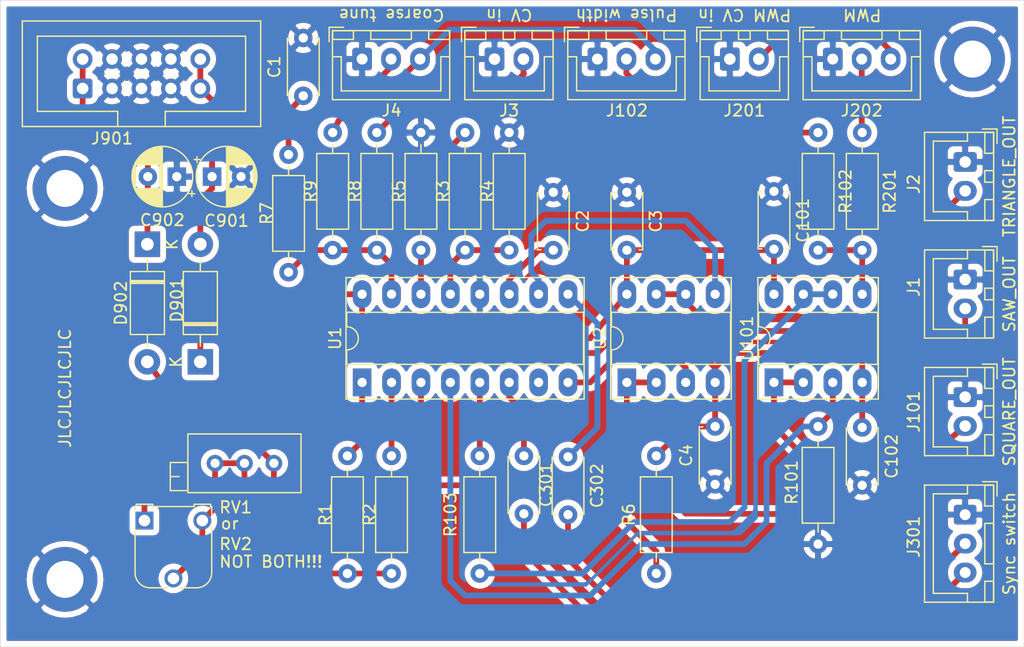
<source format=kicad_pcb>
(kicad_pcb (version 20171130) (host pcbnew "(5.1.9)-1")
  (layers (0 F.Cu signal hide) (31 B.Cu signal hide) (34 B.Paste user) (35 F.Paste user) (36 B.SilkS user) (37 F.SilkS user) (38 B.Mask user) (39 F.Mask user) (44 Edge.Cuts user))
  (net 0 "")
  (net 1 GND)
  (net 2 "Net-(C1-Pad1)")
  (net 3 "Net-(C2-Pad1)")
  (net 4 +12V)
  (net 5 -12V)
  (net 6 "Net-(C901-Pad1)")
  (net 7 "Net-(C902-Pad2)")
  (net 8 "Net-(J1-Pad2)")
  (net 9 "Net-(J2-Pad2)")
  (net 10 "Net-(J3-Pad2)")
  (net 11 "Net-(J4-Pad2)")
  (net 12 "Net-(J101-Pad2)")
  (net 13 "Net-(J102-Pad2)")
  (net 14 "Net-(J201-Pad2)")
  (net 15 "Net-(J202-Pad2)")
  (net 16 "Net-(R1-Pad2)")
  (net 17 "Net-(R1-Pad1)")
  (net 18 "Net-(R2-Pad2)")
  (net 19 "Net-(R5-Pad1)")
  (net 20 /CV)
  (net 21 /SQUARE)
  (net 22 "Net-(R102-Pad2)")
  (net 23 "Net-(R103-Pad2)")
  (net 24 /PWM)
  (net 25 /SAW)
  (net 26 "Net-(U1-Pad7)")
  (net 27 /TRIANGLE)
  (net 28 "Net-(C301-Pad2)")
  (net 29 "Net-(C301-Pad1)")
  (net 30 "Net-(C302-Pad2)")
  (net 31 "Net-(C302-Pad1)")
  (net 32 "Net-(R3-Pad2)")
  (net 33 "Net-(R6-Pad1)")
  (net 34 "Net-(R3-Pad1)")
  (module Connector_IDC:IDC-Header_2x05_P2.54mm_Vertical (layer F.Cu) (at 80.01 44.45 90)
    (fp_text reference J901 (at -4.318 2.54) (layer F.SilkS))
    (fp_text value "Eurorack power header")
    (pad 10 thru_hole circle (at 2.54 10.16 90) (size 1.7 1.7) (drill 1) (layers *.Cu *.Mask) (net 6 "Net-(C901-Pad1)"))
    (pad 8 thru_hole circle (at 2.54 7.62 90) (size 1.7 1.7) (drill 1) (layers *.Cu *.Mask) (net 1 GND))
    (pad 6 thru_hole circle (at 2.54 5.08 90) (size 1.7 1.7) (drill 1) (layers *.Cu *.Mask) (net 1 GND))
    (pad 4 thru_hole circle (at 2.54 2.54 90) (size 1.7 1.7) (drill 1) (layers *.Cu *.Mask) (net 1 GND))
    (pad 2 thru_hole circle (at 2.54 0 90) (size 1.7 1.7) (drill 1) (layers *.Cu *.Mask) (net 7 "Net-(C902-Pad2)"))
    (pad 9 thru_hole circle (at 0 10.16 90) (size 1.7 1.7) (drill 1) (layers *.Cu *.Mask) (net 6 "Net-(C901-Pad1)"))
    (pad 7 thru_hole circle (at 0 7.62 90) (size 1.7 1.7) (drill 1) (layers *.Cu *.Mask) (net 1 GND))
    (pad 5 thru_hole circle (at 0 5.08 90) (size 1.7 1.7) (drill 1) (layers *.Cu *.Mask) (net 1 GND))
    (pad 3 thru_hole circle (at 0 2.54 90) (size 1.7 1.7) (drill 1) (layers *.Cu *.Mask) (net 1 GND))
    (pad 1 thru_hole roundrect (at 0 0 90) (size 1.7 1.7) (drill 1) (layers *.Cu *.Mask) (roundrect_rratio 0.1470588235294118) (net 7 "Net-(C902-Pad2)"))
  )
  (module Potentiometer_THT:Potentiometer_Runtron_RM-065_Vertical (layer F.Cu) (at 85.344 81.788)
    (fp_text reference RV2 (at 7.874 2.032) (layer F.SilkS))
    (fp_text value 10k)
    (pad 2 thru_hole circle (at 2.5 5) (size 1.55 1.55) (drill 1) (layers *.Cu *.Mask) (net 33 "Net-(R6-Pad1)"))
    (pad 1 thru_hole rect (at 0 0) (size 1.55 1.55) (drill 1) (layers *.Cu *.Mask) (net 16 "Net-(R1-Pad2)"))
    (pad 3 thru_hole circle (at 5 0) (size 1.55 1.55) (drill 1) (layers *.Cu *.Mask) (net 33 "Net-(R6-Pad1)"))
  )
  (module MountingHole:MountingHole_3.2mm_M3_DIN965_Pad (layer F.Cu) (at 156.845 41.91)
    (fp_text reference REF** hide)
    (fp_text value MountingHole_3.2mm_M3_DIN965_Pad)
    (pad 1 thru_hole circle (at 0 0) (size 5.6 5.6) (drill 3.2) (layers *.Cu *.Mask) (net 1 GND))
  )
  (module MountingHole:MountingHole_3.2mm_M3_DIN965_Pad (layer F.Cu) (at 78.486 86.868)
    (fp_text reference REF** hide)
    (fp_text value MountingHole_3.2mm_M3_DIN965_Pad)
    (pad 1 thru_hole circle (at 0 0) (size 5.6 5.6) (drill 3.2) (layers *.Cu *.Mask) (net 1 GND))
  )
  (module MountingHole:MountingHole_3.2mm_M3_DIN965_Pad (layer F.Cu) (at 78.486 53.086)
    (fp_text reference REF** hide)
    (fp_text value MountingHole_3.2mm_M3_DIN965_Pad)
    (pad 1 thru_hole circle (at 0 0) (size 5.6 5.6) (drill 3.2) (layers *.Cu *.Mask) (net 1 GND))
  )
  (module Connector_JST:JST_XH_B3B-XH-A_1x03_P2.50mm_Vertical (layer F.Cu) (at 156.21 81.28 270)
    (fp_text reference J301 (at 1.905 4.445 90) (layer F.SilkS))
    (fp_text value "Sync switch" (at 2.5 -3.81 90) (layer F.SilkS))
    (pad 3 thru_hole oval (at 5 0 270) (size 1.7 1.95) (drill 0.95) (layers *.Cu *.Mask) (net 28 "Net-(C301-Pad2)"))
    (pad 2 thru_hole oval (at 2.5 0 270) (size 1.7 1.95) (drill 0.95) (layers *.Cu *.Mask) (net 30 "Net-(C302-Pad2)"))
    (pad 1 thru_hole roundrect (at 0 0 270) (size 1.7 1.95) (drill 0.95) (layers *.Cu *.Mask) (roundrect_rratio 0.1470588235294118) (net 1 GND))
  )
  (module Capacitor_THT:C_Disc_D4.7mm_W2.5mm_P5.00mm (layer F.Cu) (at 121.92 76.28 270)
    (fp_text reference C302 (at 2.5 -2.5 90) (layer F.SilkS))
    (fp_text value 1n)
    (pad 2 thru_hole circle (at 5 0 270) (size 1.6 1.6) (drill 0.8) (layers *.Cu *.Mask) (net 30 "Net-(C302-Pad2)"))
    (pad 1 thru_hole circle (at 0 0 270) (size 1.6 1.6) (drill 0.8) (layers *.Cu *.Mask) (net 31 "Net-(C302-Pad1)"))
  )
  (module Capacitor_THT:C_Disc_D4.7mm_W2.5mm_P5.00mm (layer F.Cu) (at 118.11 76.2 270)
    (fp_text reference C301 (at 2.5 -1.905 90) (layer F.SilkS))
    (fp_text value 1n)
    (pad 2 thru_hole circle (at 5 0 270) (size 1.6 1.6) (drill 0.8) (layers *.Cu *.Mask) (net 28 "Net-(C301-Pad2)"))
    (pad 1 thru_hole circle (at 0 0 270) (size 1.6 1.6) (drill 0.8) (layers *.Cu *.Mask) (net 29 "Net-(C301-Pad1)"))
  )
  (module Package_DIP:DIP-8_W7.62mm_Socket_LongPads (layer F.Cu) (at 139.7 69.85 90)
    (fp_text reference U101 (at 3.81 -2.33 90) (layer F.SilkS))
    (fp_text value TL072)
    (pad 8 thru_hole oval (at 7.62 0 90) (size 2.4 1.6) (drill 0.8) (layers *.Cu *.Mask) (net 4 +12V))
    (pad 4 thru_hole oval (at 0 7.62 90) (size 2.4 1.6) (drill 0.8) (layers *.Cu *.Mask) (net 5 -12V))
    (pad 7 thru_hole oval (at 7.62 2.54 90) (size 2.4 1.6) (drill 0.8) (layers *.Cu *.Mask) (net 23 "Net-(R103-Pad2)"))
    (pad 3 thru_hole oval (at 0 5.08 90) (size 2.4 1.6) (drill 0.8) (layers *.Cu *.Mask) (net 21 /SQUARE))
    (pad 6 thru_hole oval (at 7.62 5.08 90) (size 2.4 1.6) (drill 0.8) (layers *.Cu *.Mask) (net 23 "Net-(R103-Pad2)"))
    (pad 2 thru_hole oval (at 0 2.54 90) (size 2.4 1.6) (drill 0.8) (layers *.Cu *.Mask) (net 12 "Net-(J101-Pad2)"))
    (pad 5 thru_hole oval (at 7.62 7.62 90) (size 2.4 1.6) (drill 0.8) (layers *.Cu *.Mask) (net 22 "Net-(R102-Pad2)"))
    (pad 1 thru_hole rect (at 0 0 90) (size 2.4 1.6) (drill 0.8) (layers *.Cu *.Mask) (net 12 "Net-(J101-Pad2)"))
  )
  (module Package_DIP:DIP-8_W7.62mm_Socket_LongPads (layer F.Cu) (at 127 69.85 90)
    (fp_text reference U2 (at 3.81 -2.33 90) (layer F.SilkS))
    (fp_text value TL072)
    (pad 8 thru_hole oval (at 7.62 0 90) (size 2.4 1.6) (drill 0.8) (layers *.Cu *.Mask) (net 4 +12V))
    (pad 4 thru_hole oval (at 0 7.62 90) (size 2.4 1.6) (drill 0.8) (layers *.Cu *.Mask) (net 5 -12V))
    (pad 7 thru_hole oval (at 7.62 2.54 90) (size 2.4 1.6) (drill 0.8) (layers *.Cu *.Mask) (net 9 "Net-(J2-Pad2)"))
    (pad 3 thru_hole oval (at 0 5.08 90) (size 2.4 1.6) (drill 0.8) (layers *.Cu *.Mask) (net 25 /SAW))
    (pad 6 thru_hole oval (at 7.62 5.08 90) (size 2.4 1.6) (drill 0.8) (layers *.Cu *.Mask) (net 9 "Net-(J2-Pad2)"))
    (pad 2 thru_hole oval (at 0 2.54 90) (size 2.4 1.6) (drill 0.8) (layers *.Cu *.Mask) (net 8 "Net-(J1-Pad2)"))
    (pad 5 thru_hole oval (at 7.62 7.62 90) (size 2.4 1.6) (drill 0.8) (layers *.Cu *.Mask) (net 27 /TRIANGLE))
    (pad 1 thru_hole rect (at 0 0 90) (size 2.4 1.6) (drill 0.8) (layers *.Cu *.Mask) (net 8 "Net-(J1-Pad2)"))
  )
  (module Package_DIP:DIP-16_W7.62mm_Socket_LongPads (layer F.Cu) (at 104.14 69.85 90)
    (fp_text reference U1 (at 3.81 -2.33 90) (layer F.SilkS))
    (fp_text value AS3340)
    (pad 16 thru_hole oval (at 7.62 0 90) (size 2.4 1.6) (drill 0.8) (layers *.Cu *.Mask) (net 4 +12V))
    (pad 8 thru_hole oval (at 0 17.78 90) (size 2.4 1.6) (drill 0.8) (layers *.Cu *.Mask) (net 25 /SAW))
    (pad 15 thru_hole oval (at 7.62 2.54 90) (size 2.4 1.6) (drill 0.8) (layers *.Cu *.Mask) (net 20 /CV))
    (pad 7 thru_hole oval (at 0 15.24 90) (size 2.4 1.6) (drill 0.8) (layers *.Cu *.Mask) (net 26 "Net-(U1-Pad7)"))
    (pad 14 thru_hole oval (at 7.62 5.08 90) (size 2.4 1.6) (drill 0.8) (layers *.Cu *.Mask) (net 19 "Net-(R5-Pad1)"))
    (pad 6 thru_hole oval (at 0 12.7 90) (size 2.4 1.6) (drill 0.8) (layers *.Cu *.Mask) (net 29 "Net-(C301-Pad1)"))
    (pad 13 thru_hole oval (at 7.62 7.62 90) (size 2.4 1.6) (drill 0.8) (layers *.Cu *.Mask) (net 32 "Net-(R3-Pad2)"))
    (pad 5 thru_hole oval (at 0 10.16 90) (size 2.4 1.6) (drill 0.8) (layers *.Cu *.Mask) (net 24 /PWM))
    (pad 12 thru_hole oval (at 7.62 10.16 90) (size 2.4 1.6) (drill 0.8) (layers *.Cu *.Mask) (net 1 GND))
    (pad 4 thru_hole oval (at 0 7.62 90) (size 2.4 1.6) (drill 0.8) (layers *.Cu *.Mask) (net 21 /SQUARE))
    (pad 11 thru_hole oval (at 7.62 12.7 90) (size 2.4 1.6) (drill 0.8) (layers *.Cu *.Mask) (net 3 "Net-(C2-Pad1)"))
    (pad 3 thru_hole oval (at 0 5.08 90) (size 2.4 1.6) (drill 0.8) (layers *.Cu *.Mask) (net 33 "Net-(R6-Pad1)"))
    (pad 10 thru_hole oval (at 7.62 15.24 90) (size 2.4 1.6) (drill 0.8) (layers *.Cu *.Mask) (net 27 /TRIANGLE))
    (pad 2 thru_hole oval (at 0 2.54 90) (size 2.4 1.6) (drill 0.8) (layers *.Cu *.Mask) (net 18 "Net-(R2-Pad2)"))
    (pad 9 thru_hole oval (at 7.62 17.78 90) (size 2.4 1.6) (drill 0.8) (layers *.Cu *.Mask) (net 31 "Net-(C302-Pad1)"))
    (pad 1 thru_hole rect (at 0 0 90) (size 2.4 1.6) (drill 0.8) (layers *.Cu *.Mask) (net 17 "Net-(R1-Pad1)"))
  )
  (module Potentiometer_THT:Potentiometer_Bourns_3296X_Horizontal (layer F.Cu) (at 96.52 76.835)
    (fp_text reference RV1 (at -3.302 3.81) (layer F.SilkS))
    (fp_text value 10k)
    (pad 3 thru_hole circle (at -5.08 0) (size 1.44 1.44) (drill 0.8) (layers *.Cu *.Mask) (net 33 "Net-(R6-Pad1)"))
    (pad 2 thru_hole circle (at -2.54 0) (size 1.44 1.44) (drill 0.8) (layers *.Cu *.Mask) (net 33 "Net-(R6-Pad1)"))
    (pad 1 thru_hole circle (at 0 0) (size 1.44 1.44) (drill 0.8) (layers *.Cu *.Mask) (net 16 "Net-(R1-Pad2)"))
  )
  (module Resistor_THT:R_Axial_DIN0207_L6.3mm_D2.5mm_P10.16mm_Horizontal (layer F.Cu) (at 147.32 48.26 270)
    (fp_text reference R201 (at 5.08 -2.37 90) (layer F.SilkS))
    (fp_text value 100k)
    (pad 2 thru_hole oval (at 10.16 0 270) (size 1.6 1.6) (drill 0.8) (layers *.Cu *.Mask) (net 22 "Net-(R102-Pad2)"))
    (pad 1 thru_hole circle (at 0 0 270) (size 1.6 1.6) (drill 0.8) (layers *.Cu *.Mask) (net 15 "Net-(J202-Pad2)"))
  )
  (module Resistor_THT:R_Axial_DIN0207_L6.3mm_D2.5mm_P10.16mm_Horizontal (layer F.Cu) (at 114.3 76.2 270)
    (fp_text reference R103 (at 5.08 2.54 90) (layer F.SilkS))
    (fp_text value 470k)
    (pad 2 thru_hole oval (at 10.16 0 270) (size 1.6 1.6) (drill 0.8) (layers *.Cu *.Mask) (net 23 "Net-(R103-Pad2)"))
    (pad 1 thru_hole circle (at 0 0 270) (size 1.6 1.6) (drill 0.8) (layers *.Cu *.Mask) (net 24 /PWM))
  )
  (module Resistor_THT:R_Axial_DIN0207_L6.3mm_D2.5mm_P10.16mm_Horizontal (layer F.Cu) (at 143.51 48.26 270)
    (fp_text reference R102 (at 5.08 -2.37 90) (layer F.SilkS))
    (fp_text value 100k)
    (pad 2 thru_hole oval (at 10.16 0 270) (size 1.6 1.6) (drill 0.8) (layers *.Cu *.Mask) (net 22 "Net-(R102-Pad2)"))
    (pad 1 thru_hole circle (at 0 0 270) (size 1.6 1.6) (drill 0.8) (layers *.Cu *.Mask) (net 13 "Net-(J102-Pad2)"))
  )
  (module Resistor_THT:R_Axial_DIN0207_L6.3mm_D2.5mm_P10.16mm_Horizontal (layer F.Cu) (at 143.51 73.66 270)
    (fp_text reference R101 (at 4.826 2.286 90) (layer F.SilkS))
    (fp_text value 10k)
    (pad 2 thru_hole oval (at 10.16 0 270) (size 1.6 1.6) (drill 0.8) (layers *.Cu *.Mask) (net 1 GND))
    (pad 1 thru_hole circle (at 0 0 270) (size 1.6 1.6) (drill 0.8) (layers *.Cu *.Mask) (net 21 /SQUARE))
  )
  (module Resistor_THT:R_Axial_DIN0207_L6.3mm_D2.5mm_P10.16mm_Horizontal (layer F.Cu) (at 101.6 48.26 270)
    (fp_text reference R9 (at 5.08 1.905 90) (layer F.SilkS))
    (fp_text value 100k)
    (pad 2 thru_hole oval (at 10.16 0 270) (size 1.6 1.6) (drill 0.8) (layers *.Cu *.Mask) (net 20 /CV))
    (pad 1 thru_hole circle (at 0 0 270) (size 1.6 1.6) (drill 0.8) (layers *.Cu *.Mask) (net 11 "Net-(J4-Pad2)"))
  )
  (module Resistor_THT:R_Axial_DIN0207_L6.3mm_D2.5mm_P10.16mm_Horizontal (layer F.Cu) (at 105.41 48.26 270)
    (fp_text reference R8 (at 5.08 1.905 90) (layer F.SilkS))
    (fp_text value 100k)
    (pad 2 thru_hole oval (at 10.16 0 270) (size 1.6 1.6) (drill 0.8) (layers *.Cu *.Mask) (net 20 /CV))
    (pad 1 thru_hole circle (at 0 0 270) (size 1.6 1.6) (drill 0.8) (layers *.Cu *.Mask) (net 10 "Net-(J3-Pad2)"))
  )
  (module Resistor_THT:R_Axial_DIN0207_L6.3mm_D2.5mm_P10.16mm_Horizontal (layer F.Cu) (at 97.79 50.165 270)
    (fp_text reference R7 (at 5.08 1.905 90) (layer F.SilkS))
    (fp_text value 470)
    (pad 2 thru_hole oval (at 10.16 0 270) (size 1.6 1.6) (drill 0.8) (layers *.Cu *.Mask) (net 20 /CV))
    (pad 1 thru_hole circle (at 0 0 270) (size 1.6 1.6) (drill 0.8) (layers *.Cu *.Mask) (net 2 "Net-(C1-Pad1)"))
  )
  (module Resistor_THT:R_Axial_DIN0207_L6.3mm_D2.5mm_P10.16mm_Horizontal (layer F.Cu) (at 129.54 86.36 90)
    (fp_text reference R6 (at 5.08 -2.37 90) (layer F.SilkS))
    (fp_text value 620)
    (pad 2 thru_hole oval (at 10.16 0 90) (size 1.6 1.6) (drill 0.8) (layers *.Cu *.Mask) (net 5 -12V))
    (pad 1 thru_hole circle (at 0 0 90) (size 1.6 1.6) (drill 0.8) (layers *.Cu *.Mask) (net 33 "Net-(R6-Pad1)"))
  )
  (module Resistor_THT:R_Axial_DIN0207_L6.3mm_D2.5mm_P10.16mm_Horizontal (layer F.Cu) (at 109.22 58.42 90)
    (fp_text reference R5 (at 5.08 -1.905 90) (layer F.SilkS))
    (fp_text value 1k8)
    (pad 2 thru_hole oval (at 10.16 0 90) (size 1.6 1.6) (drill 0.8) (layers *.Cu *.Mask) (net 1 GND))
    (pad 1 thru_hole circle (at 0 0 90) (size 1.6 1.6) (drill 0.8) (layers *.Cu *.Mask) (net 19 "Net-(R5-Pad1)"))
  )
  (module Resistor_THT:R_Axial_DIN0207_L6.3mm_D2.5mm_P10.16mm_Horizontal (layer F.Cu) (at 116.84 48.26 270)
    (fp_text reference R4 (at 5.08 1.905 90) (layer F.SilkS))
    (fp_text value 470)
    (pad 2 thru_hole oval (at 10.16 0 270) (size 1.6 1.6) (drill 0.8) (layers *.Cu *.Mask) (net 32 "Net-(R3-Pad2)"))
    (pad 1 thru_hole circle (at 0 0 270) (size 1.6 1.6) (drill 0.8) (layers *.Cu *.Mask) (net 1 GND))
  )
  (module Resistor_THT:R_Axial_DIN0207_L6.3mm_D2.5mm_P10.16mm_Horizontal (layer F.Cu) (at 113.03 48.26 270)
    (fp_text reference R3 (at 5.08 1.905 90) (layer F.SilkS))
    (fp_text value 1M5)
    (pad 2 thru_hole oval (at 10.16 0 270) (size 1.6 1.6) (drill 0.8) (layers *.Cu *.Mask) (net 32 "Net-(R3-Pad2)"))
    (pad 1 thru_hole circle (at 0 0 270) (size 1.6 1.6) (drill 0.8) (layers *.Cu *.Mask) (net 34 "Net-(R3-Pad1)"))
  )
  (module Resistor_THT:R_Axial_DIN0207_L6.3mm_D2.5mm_P10.16mm_Horizontal (layer F.Cu) (at 106.68 86.36 90)
    (fp_text reference R2 (at 5.08 -1.905 90) (layer F.SilkS))
    (fp_text value 5k6)
    (pad 2 thru_hole oval (at 10.16 0 90) (size 1.6 1.6) (drill 0.8) (layers *.Cu *.Mask) (net 18 "Net-(R2-Pad2)"))
    (pad 1 thru_hole circle (at 0 0 90) (size 1.6 1.6) (drill 0.8) (layers *.Cu *.Mask) (net 16 "Net-(R1-Pad2)"))
  )
  (module Resistor_THT:R_Axial_DIN0207_L6.3mm_D2.5mm_P10.16mm_Horizontal (layer F.Cu) (at 102.87 76.2 270)
    (fp_text reference R1 (at 5.08 1.905 90) (layer F.SilkS))
    (fp_text value 24k)
    (pad 2 thru_hole oval (at 10.16 0 270) (size 1.6 1.6) (drill 0.8) (layers *.Cu *.Mask) (net 16 "Net-(R1-Pad2)"))
    (pad 1 thru_hole circle (at 0 0 270) (size 1.6 1.6) (drill 0.8) (layers *.Cu *.Mask) (net 17 "Net-(R1-Pad1)"))
  )
  (module Connector_JST:JST_XH_B3B-XH-A_1x03_P2.50mm_Vertical (layer F.Cu) (at 144.78 41.91)
    (fp_text reference J202 (at 2.5 4.445) (layer F.SilkS))
    (fp_text value PWM (at 2.54 -3.81 180 unlocked) (layer F.SilkS))
    (pad 3 thru_hole oval (at 5 0) (size 1.7 1.95) (drill 0.95) (layers *.Cu *.Mask) (net 14 "Net-(J201-Pad2)"))
    (pad 2 thru_hole oval (at 2.5 0) (size 1.7 1.95) (drill 0.95) (layers *.Cu *.Mask) (net 15 "Net-(J202-Pad2)"))
    (pad 1 thru_hole roundrect (at 0 0) (size 1.7 1.95) (drill 0.95) (layers *.Cu *.Mask) (roundrect_rratio 0.1470588235294118) (net 1 GND))
  )
  (module Connector_JST:JST_XH_B2B-XH-A_1x02_P2.50mm_Vertical (layer F.Cu) (at 135.89 41.91)
    (fp_text reference J201 (at 1.25 4.445) (layer F.SilkS))
    (fp_text value "PWM CV in" (at 1.27 -3.81 180 unlocked) (layer F.SilkS))
    (pad 2 thru_hole oval (at 2.5 0) (size 1.7 2) (drill 1) (layers *.Cu *.Mask) (net 14 "Net-(J201-Pad2)"))
    (pad 1 thru_hole roundrect (at 0 0) (size 1.7 2) (drill 1) (layers *.Cu *.Mask) (roundrect_rratio 0.1470588235294118) (net 1 GND))
  )
  (module Connector_JST:JST_XH_B3B-XH-A_1x03_P2.50mm_Vertical (layer F.Cu) (at 124.46 41.91)
    (fp_text reference J102 (at 2.54 4.445) (layer F.SilkS))
    (fp_text value "Pulse width" (at 2.5 -3.81 180 unlocked) (layer F.SilkS))
    (pad 3 thru_hole oval (at 5 0) (size 1.7 1.95) (drill 0.95) (layers *.Cu *.Mask) (net 4 +12V))
    (pad 2 thru_hole oval (at 2.5 0) (size 1.7 1.95) (drill 0.95) (layers *.Cu *.Mask) (net 13 "Net-(J102-Pad2)"))
    (pad 1 thru_hole roundrect (at 0 0) (size 1.7 1.95) (drill 0.95) (layers *.Cu *.Mask) (roundrect_rratio 0.1470588235294118) (net 1 GND))
  )
  (module Connector_JST:JST_XH_B2B-XH-A_1x02_P2.50mm_Vertical (layer F.Cu) (at 156.21 71.12 270)
    (fp_text reference J101 (at 1.25 4.445 90) (layer F.SilkS))
    (fp_text value SQUARE_OUT (at 1.27 -3.81 270) (layer F.SilkS))
    (pad 2 thru_hole oval (at 2.5 0 270) (size 1.7 2) (drill 1) (layers *.Cu *.Mask) (net 12 "Net-(J101-Pad2)"))
    (pad 1 thru_hole roundrect (at 0 0 270) (size 1.7 2) (drill 1) (layers *.Cu *.Mask) (roundrect_rratio 0.1470588235294118) (net 1 GND))
  )
  (module Connector_JST:JST_XH_B3B-XH-A_1x03_P2.50mm_Vertical (layer F.Cu) (at 104.14 41.91)
    (fp_text reference J4 (at 2.54 4.445) (layer F.SilkS))
    (fp_text value "Coarse tune" (at 2.54 -3.81 180 unlocked) (layer F.SilkS))
    (pad 3 thru_hole oval (at 5 0) (size 1.7 1.95) (drill 0.95) (layers *.Cu *.Mask) (net 4 +12V))
    (pad 2 thru_hole oval (at 2.5 0) (size 1.7 1.95) (drill 0.95) (layers *.Cu *.Mask) (net 11 "Net-(J4-Pad2)"))
    (pad 1 thru_hole roundrect (at 0 0) (size 1.7 1.95) (drill 0.95) (layers *.Cu *.Mask) (roundrect_rratio 0.1470588235294118) (net 1 GND))
  )
  (module Connector_JST:JST_XH_B2B-XH-A_1x02_P2.50mm_Vertical (layer F.Cu) (at 115.57 41.91)
    (fp_text reference J3 (at 1.27 4.445) (layer F.SilkS))
    (fp_text value "CV in" (at 1.27 -3.81 180 unlocked) (layer F.SilkS))
    (pad 2 thru_hole oval (at 2.5 0) (size 1.7 2) (drill 1) (layers *.Cu *.Mask) (net 10 "Net-(J3-Pad2)"))
    (pad 1 thru_hole roundrect (at 0 0) (size 1.7 2) (drill 1) (layers *.Cu *.Mask) (roundrect_rratio 0.1470588235294118) (net 1 GND))
  )
  (module Connector_JST:JST_XH_B2B-XH-A_1x02_P2.50mm_Vertical (layer F.Cu) (at 156.21 50.8 270)
    (fp_text reference J2 (at 1.905 4.445 90) (layer F.SilkS))
    (fp_text value TRIANGLE_OUT (at 1.25 -3.81 90) (layer F.SilkS))
    (pad 2 thru_hole oval (at 2.5 0 270) (size 1.7 2) (drill 1) (layers *.Cu *.Mask) (net 9 "Net-(J2-Pad2)"))
    (pad 1 thru_hole roundrect (at 0 0 270) (size 1.7 2) (drill 1) (layers *.Cu *.Mask) (roundrect_rratio 0.1470588235294118) (net 1 GND))
  )
  (module Connector_JST:JST_XH_B2B-XH-A_1x02_P2.50mm_Vertical (layer F.Cu) (at 156.21 60.96 270)
    (fp_text reference J1 (at 0.635 4.445 90) (layer F.SilkS))
    (fp_text value SAW_OUT (at 1.27 -3.81 90) (layer F.SilkS))
    (pad 2 thru_hole oval (at 2.5 0 270) (size 1.7 2) (drill 1) (layers *.Cu *.Mask) (net 8 "Net-(J1-Pad2)"))
    (pad 1 thru_hole roundrect (at 0 0 270) (size 1.7 2) (drill 1) (layers *.Cu *.Mask) (roundrect_rratio 0.1470588235294118) (net 1 GND))
  )
  (module Diode_THT:D_DO-41_SOD81_P10.16mm_Horizontal (layer F.Cu) (at 85.598 57.912 270)
    (fp_text reference D902 (at 5.08 2.286 90) (layer F.SilkS))
    (fp_text value 1N5817)
    (fp_text user K (at 0 -2.1 90) (layer F.SilkS))
    (pad 2 thru_hole oval (at 10.16 0 270) (size 2.2 2.2) (drill 1.1) (layers *.Cu *.Mask) (net 5 -12V))
    (pad 1 thru_hole rect (at 0 0 270) (size 2.2 2.2) (drill 1.1) (layers *.Cu *.Mask) (net 7 "Net-(C902-Pad2)"))
  )
  (module Diode_THT:D_DO-41_SOD81_P10.16mm_Horizontal (layer F.Cu) (at 90.17 68.072 90)
    (fp_text reference D901 (at 5.334 -2.032 90) (layer F.SilkS))
    (fp_text value 1N5817)
    (fp_text user K (at 0 -2.1 90) (layer F.SilkS))
    (pad 2 thru_hole oval (at 10.16 0 90) (size 2.2 2.2) (drill 1.1) (layers *.Cu *.Mask) (net 6 "Net-(C901-Pad1)"))
    (pad 1 thru_hole rect (at 0 0 90) (size 2.2 2.2) (drill 1.1) (layers *.Cu *.Mask) (net 4 +12V))
  )
  (module Capacitor_THT:CP_Radial_D5.0mm_P2.50mm (layer F.Cu) (at 88.138 52.07 180)
    (fp_text reference C902 (at 1.25 -3.75) (layer F.SilkS))
    (fp_text value 10u)
    (pad 2 thru_hole circle (at 2.5 0 180) (size 1.6 1.6) (drill 0.8) (layers *.Cu *.Mask) (net 7 "Net-(C902-Pad2)"))
    (pad 1 thru_hole rect (at 0 0 180) (size 1.6 1.6) (drill 0.8) (layers *.Cu *.Mask) (net 1 GND))
  )
  (module Capacitor_THT:CP_Radial_D5.0mm_P2.50mm (layer F.Cu) (at 91.186 52.07)
    (fp_text reference C901 (at 1.25 3.81) (layer F.SilkS))
    (fp_text value 10u)
    (pad 2 thru_hole circle (at 2.5 0) (size 1.6 1.6) (drill 0.8) (layers *.Cu *.Mask) (net 1 GND))
    (pad 1 thru_hole rect (at 0 0) (size 1.6 1.6) (drill 0.8) (layers *.Cu *.Mask) (net 6 "Net-(C901-Pad1)"))
  )
  (module Capacitor_THT:C_Disc_D4.7mm_W2.5mm_P5.00mm (layer F.Cu) (at 147.32 78.74 90)
    (fp_text reference C102 (at 2.5 2.54 90) (layer F.SilkS))
    (fp_text value 100n)
    (pad 2 thru_hole circle (at 5 0 90) (size 1.6 1.6) (drill 0.8) (layers *.Cu *.Mask) (net 5 -12V))
    (pad 1 thru_hole circle (at 0 0 90) (size 1.6 1.6) (drill 0.8) (layers *.Cu *.Mask) (net 1 GND))
  )
  (module Capacitor_THT:C_Disc_D4.7mm_W2.5mm_P5.00mm (layer F.Cu) (at 139.7 53.34 270)
    (fp_text reference C101 (at 2.5 -2.5 90) (layer F.SilkS))
    (fp_text value 100n)
    (pad 2 thru_hole circle (at 5 0 270) (size 1.6 1.6) (drill 0.8) (layers *.Cu *.Mask) (net 4 +12V))
    (pad 1 thru_hole circle (at 0 0 270) (size 1.6 1.6) (drill 0.8) (layers *.Cu *.Mask) (net 1 GND))
  )
  (module Capacitor_THT:C_Disc_D4.7mm_W2.5mm_P5.00mm (layer F.Cu) (at 134.62 78.66 90)
    (fp_text reference C4 (at 2.5 -2.5 90) (layer F.SilkS))
    (fp_text value 100n)
    (pad 2 thru_hole circle (at 5 0 90) (size 1.6 1.6) (drill 0.8) (layers *.Cu *.Mask) (net 5 -12V))
    (pad 1 thru_hole circle (at 0 0 90) (size 1.6 1.6) (drill 0.8) (layers *.Cu *.Mask) (net 1 GND))
  )
  (module Capacitor_THT:C_Disc_D4.7mm_W2.5mm_P5.00mm (layer F.Cu) (at 127 53.42 270)
    (fp_text reference C3 (at 2.5 -2.5 90) (layer F.SilkS))
    (fp_text value 100n)
    (pad 2 thru_hole circle (at 5 0 270) (size 1.6 1.6) (drill 0.8) (layers *.Cu *.Mask) (net 4 +12V))
    (pad 1 thru_hole circle (at 0 0 270) (size 1.6 1.6) (drill 0.8) (layers *.Cu *.Mask) (net 1 GND))
  )
  (module Capacitor_THT:C_Disc_D4.7mm_W2.5mm_P5.00mm (layer F.Cu) (at 120.65 58.42 90)
    (fp_text reference C2 (at 2.5 2.54 90) (layer F.SilkS))
    (fp_text value 1n)
    (pad 2 thru_hole circle (at 5 0 90) (size 1.6 1.6) (drill 0.8) (layers *.Cu *.Mask) (net 1 GND))
    (pad 1 thru_hole circle (at 0 0 90) (size 1.6 1.6) (drill 0.8) (layers *.Cu *.Mask) (net 3 "Net-(C2-Pad1)"))
  )
  (module Capacitor_THT:C_Disc_D4.7mm_W2.5mm_P5.00mm (layer F.Cu) (at 99.06 45.085 90)
    (fp_text reference C1 (at 2.5 -2.5 90) (layer F.SilkS))
    (fp_text value 10n)
    (pad 2 thru_hole circle (at 5 0 90) (size 1.6 1.6) (drill 0.8) (layers *.Cu *.Mask) (net 1 GND))
    (pad 1 thru_hole circle (at 0 0 90) (size 1.6 1.6) (drill 0.8) (layers *.Cu *.Mask) (net 2 "Net-(C1-Pad1)"))
  )
  (gr_text JLCJLCJLCJLC (at 78.486 70.358 90) (layer F.SilkS) (effects (font (size 1 1))))
  (gr_text "NOT BOTH!!!" (at 96.266 85.344) (layer F.SilkS) (effects (font (size 1 1))))
  (gr_text or (at 92.71 82.042) (layer F.SilkS) (effects (font (size 1 1))))
  (gr_line (start 72.898 92.71) (end 72.898 36.83) (layer Edge.Cuts) (width 0.05))
  (gr_line (start 161.29 92.71) (end 72.898 92.71) (layer Edge.Cuts) (width 0.05))
  (gr_line (start 161.29 36.83) (end 161.29 92.71) (layer Edge.Cuts) (width 0.05))
  (gr_line (start 72.898 36.83) (end 161.29 36.83) (layer Edge.Cuts) (width 0.05))
  (segment (start 109.22 48.26) (end 109.855 48.26) (width 0.5) (layer B.Cu) (net 1))
  (segment (start 97.79 46.482) (end 99.06 45.085) (width 0.5) (layer F.Cu) (net 2))
  (segment (start 97.79 50.165) (end 97.79 46.482) (width 0.5) (layer F.Cu) (net 2))
  (segment (start 120.65 58.42) (end 119.38 58.42) (width 0.5) (layer F.Cu) (net 3))
  (segment (start 116.84 60.96) (end 116.84 62.23) (width 0.5) (layer F.Cu) (net 3))
  (segment (start 119.38 58.42) (end 116.84 60.96) (width 0.5) (layer F.Cu) (net 3))
  (segment (start 139.7 58.34) (end 139.7 62.23) (width 0.5) (layer F.Cu) (net 4))
  (segment (start 127 58.42) (end 127 62.23) (width 0.5) (layer F.Cu) (net 4))
  (segment (start 109.14 41.91) (end 108.603491 41.91) (width 0.5) (layer F.Cu) (net 4))
  (segment (start 109.14 41.91) (end 103.505 47.625) (width 0.5) (layer F.Cu) (net 4))
  (segment (start 139.62 58.42) (end 139.7 58.34) (width 0.5) (layer F.Cu) (net 4))
  (segment (start 127 58.42) (end 139.62 58.42) (width 0.5) (layer F.Cu) (net 4))
  (segment (start 129.46 41.91) (end 129.46 41.195) (width 0.5) (layer B.Cu) (net 4))
  (segment (start 129.46 41.195) (end 127.635 39.37) (width 0.5) (layer B.Cu) (net 4))
  (segment (start 111.68 39.37) (end 109.14 41.91) (width 0.5) (layer B.Cu) (net 4))
  (segment (start 127.635 39.37) (end 111.68 39.37) (width 0.5) (layer B.Cu) (net 4))
  (segment (start 110.49 50.8) (end 103.505 50.8) (width 0.5) (layer F.Cu) (net 4))
  (segment (start 113.03 48.26) (end 110.49 50.8) (width 0.5) (layer F.Cu) (net 4))
  (segment (start 103.505 47.625) (end 103.505 50.8) (width 0.5) (layer F.Cu) (net 4))
  (segment (start 123.825 66.04) (end 127 62.23) (width 0.5) (layer F.Cu) (net 4))
  (segment (start 106.045 66.04) (end 123.825 66.04) (width 0.5) (layer F.Cu) (net 4))
  (segment (start 106.045 66.04) (end 104.14 64.135) (width 0.5) (layer F.Cu) (net 4))
  (segment (start 104.14 64.135) (end 104.14 62.23) (width 0.5) (layer F.Cu) (net 4))
  (segment (start 96.266 55.118) (end 93.472 57.658) (width 0.5) (layer F.Cu) (net 4))
  (segment (start 99.314 55.118) (end 96.266 55.118) (width 0.5) (layer F.Cu) (net 4))
  (segment (start 103.505 50.8) (end 99.314 55.118) (width 0.5) (layer F.Cu) (net 4))
  (segment (start 101.854 62.23) (end 104.14 62.23) (width 0.5) (layer F.Cu) (net 4))
  (segment (start 93.472 61.214) (end 95.25 63.246) (width 0.5) (layer F.Cu) (net 4))
  (segment (start 93.472 57.658) (end 93.472 61.214) (width 0.5) (layer F.Cu) (net 4))
  (segment (start 101.854 62.23) (end 100.838 63.246) (width 0.5) (layer F.Cu) (net 4))
  (segment (start 100.838 63.246) (end 95.25 63.246) (width 0.5) (layer F.Cu) (net 4))
  (segment (start 90.17 64.516) (end 93.472 61.214) (width 0.5) (layer F.Cu) (net 4))
  (segment (start 90.17 68.072) (end 90.17 64.516) (width 0.5) (layer F.Cu) (net 4))
  (segment (start 134.62 69.85) (end 134.62 73.66) (width 0.5) (layer F.Cu) (net 5))
  (segment (start 132.08 73.66) (end 129.54 76.2) (width 0.5) (layer F.Cu) (net 5))
  (segment (start 134.62 73.66) (end 132.08 73.66) (width 0.5) (layer F.Cu) (net 5))
  (segment (start 147.32 69.85) (end 147.32 73.74) (width 0.5) (layer F.Cu) (net 5))
  (segment (start 147.32 67.945) (end 147.32 69.85) (width 0.5) (layer F.Cu) (net 5))
  (segment (start 146.685 67.31) (end 147.32 67.945) (width 0.5) (layer F.Cu) (net 5))
  (segment (start 135.89 67.31) (end 146.685 67.31) (width 0.5) (layer F.Cu) (net 5))
  (segment (start 134.62 68.58) (end 135.89 67.31) (width 0.5) (layer F.Cu) (net 5))
  (segment (start 134.62 69.85) (end 134.62 68.58) (width 0.5) (layer F.Cu) (net 5))
  (segment (start 132.08 66.04) (end 134.62 68.58) (width 0.5) (layer F.Cu) (net 5))
  (segment (start 125.73 66.04) (end 132.08 66.04) (width 0.5) (layer F.Cu) (net 5))
  (segment (start 124.46 67.31) (end 125.73 66.04) (width 0.5) (layer F.Cu) (net 5))
  (segment (start 100.33 67.31) (end 124.46 67.31) (width 0.5) (layer F.Cu) (net 5))
  (segment (start 96.52 71.628) (end 100.33 67.31) (width 0.5) (layer F.Cu) (net 5))
  (segment (start 88.138 71.628) (end 96.52 71.628) (width 0.5) (layer F.Cu) (net 5))
  (segment (start 85.598 68.072) (end 88.138 71.628) (width 0.5) (layer F.Cu) (net 5))
  (segment (start 90.17 41.91) (end 90.17 44.45) (width 0.5) (layer F.Cu) (net 6))
  (segment (start 91.186 45.466) (end 90.17 44.45) (width 0.5) (layer F.Cu) (net 6))
  (segment (start 91.186 52.07) (end 91.186 45.466) (width 0.5) (layer F.Cu) (net 6))
  (segment (start 90.17 54.102) (end 90.17 57.912) (width 0.5) (layer F.Cu) (net 6))
  (segment (start 91.186 53.086) (end 90.17 54.102) (width 0.5) (layer F.Cu) (net 6))
  (segment (start 91.186 52.07) (end 91.186 53.086) (width 0.5) (layer F.Cu) (net 6))
  (segment (start 80.01 41.91) (end 80.01 46.482) (width 0.5) (layer F.Cu) (net 7))
  (segment (start 85.638 52.07) (end 85.638 48.808) (width 0.5) (layer F.Cu) (net 7))
  (segment (start 83.312 46.482) (end 80.01 46.482) (width 0.5) (layer F.Cu) (net 7))
  (segment (start 85.638 48.808) (end 83.312 46.482) (width 0.5) (layer F.Cu) (net 7))
  (segment (start 85.638 52.07) (end 85.598 57.912) (width 0.5) (layer F.Cu) (net 7))
  (segment (start 127 69.85) (end 129.54 69.85) (width 0.5) (layer F.Cu) (net 8))
  (segment (start 127 78.105) (end 127 69.85) (width 0.5) (layer F.Cu) (net 8))
  (segment (start 128.27 79.375) (end 127 78.105) (width 0.5) (layer F.Cu) (net 8))
  (segment (start 130.175 79.375) (end 128.27 79.375) (width 0.5) (layer F.Cu) (net 8))
  (segment (start 132.08 81.179737) (end 130.175 79.375) (width 0.5) (layer F.Cu) (net 8))
  (segment (start 150.495 81.28) (end 132.08 81.179737) (width 0.5) (layer F.Cu) (net 8))
  (segment (start 159.385 74.295) (end 150.495 81.28) (width 0.5) (layer F.Cu) (net 8))
  (segment (start 159.385 69.85) (end 159.385 74.295) (width 0.5) (layer F.Cu) (net 8))
  (segment (start 156.21 66.675) (end 159.385 69.85) (width 0.5) (layer F.Cu) (net 8))
  (segment (start 156.21 63.46) (end 156.21 66.675) (width 0.5) (layer F.Cu) (net 8))
  (segment (start 129.54 62.23) (end 132.08 62.23) (width 0.5) (layer F.Cu) (net 9))
  (segment (start 151.13 58.38) (end 156.21 53.3) (width 0.5) (layer F.Cu) (net 9))
  (segment (start 151.13 62.865) (end 151.13 58.38) (width 0.5) (layer F.Cu) (net 9))
  (segment (start 148.59 65.405) (end 151.13 62.865) (width 0.5) (layer F.Cu) (net 9))
  (segment (start 134.62 65.405) (end 148.59 65.405) (width 0.5) (layer F.Cu) (net 9))
  (segment (start 132.08 62.865) (end 134.62 65.405) (width 0.5) (layer F.Cu) (net 9))
  (segment (start 132.08 62.23) (end 132.08 62.865) (width 0.5) (layer F.Cu) (net 9))
  (segment (start 118.07 43.14) (end 118.07 41.91) (width 0.5) (layer F.Cu) (net 10))
  (segment (start 118.11 43.18) (end 118.07 43.14) (width 0.5) (layer F.Cu) (net 10))
  (segment (start 116.84 44.45) (end 118.11 43.18) (width 0.5) (layer F.Cu) (net 10))
  (segment (start 109.22 44.45) (end 116.84 44.45) (width 0.5) (layer F.Cu) (net 10))
  (segment (start 105.41 48.26) (end 109.22 44.45) (width 0.5) (layer F.Cu) (net 10))
  (segment (start 102.108 47.244) (end 101.6 48.26) (width 0.5) (layer F.Cu) (net 11))
  (segment (start 106.045 43.18) (end 102.108 47.244) (width 0.5) (layer F.Cu) (net 11))
  (segment (start 106.64 42.585) (end 106.045 43.18) (width 0.5) (layer F.Cu) (net 11))
  (segment (start 106.64 41.91) (end 106.64 42.585) (width 0.5) (layer F.Cu) (net 11))
  (segment (start 142.24 69.85) (end 139.7 69.85) (width 0.5) (layer F.Cu) (net 12))
  (segment (start 152.4 76.835) (end 156.21 73.62) (width 0.5) (layer F.Cu) (net 12))
  (segment (start 142.875 76.835) (end 152.4 76.835) (width 0.5) (layer F.Cu) (net 12))
  (segment (start 139.7 73.66) (end 142.875 76.835) (width 0.5) (layer F.Cu) (net 12))
  (segment (start 139.7 69.85) (end 139.7 73.66) (width 0.5) (layer F.Cu) (net 12))
  (segment (start 126.96 41.91) (end 126.96 43.14) (width 0.5) (layer F.Cu) (net 13))
  (segment (start 132.08 48.26) (end 143.51 48.26) (width 0.5) (layer F.Cu) (net 13))
  (segment (start 126.96 43.14) (end 132.08 48.26) (width 0.5) (layer F.Cu) (net 13))
  (segment (start 149.78 41.91) (end 149.78 41.195) (width 0.5) (layer F.Cu) (net 14))
  (segment (start 149.78 41.195) (end 148.59 40.005) (width 0.5) (layer F.Cu) (net 14))
  (segment (start 140.295 40.005) (end 138.39 41.91) (width 0.5) (layer F.Cu) (net 14))
  (segment (start 148.59 40.005) (end 140.295 40.005) (width 0.5) (layer F.Cu) (net 14))
  (segment (start 147.28 48.22) (end 147.32 48.26) (width 0.5) (layer F.Cu) (net 15))
  (segment (start 147.28 41.91) (end 147.28 48.22) (width 0.5) (layer F.Cu) (net 15))
  (segment (start 99.06 86.36) (end 96.52 83.82) (width 0.5) (layer F.Cu) (net 16))
  (segment (start 102.87 86.36) (end 99.06 86.36) (width 0.5) (layer F.Cu) (net 16))
  (segment (start 102.87 86.36) (end 106.68 86.36) (width 0.5) (layer F.Cu) (net 16))
  (segment (start 96.52 83.82) (end 96.52 76.835) (width 0.5) (layer F.Cu) (net 16))
  (segment (start 85.344 81.788) (end 85.344 76.454) (width 0.5) (layer F.Cu) (net 16))
  (segment (start 85.344 76.454) (end 87.63 74.168) (width 0.5) (layer F.Cu) (net 16))
  (segment (start 93.853 74.168) (end 96.52 76.835) (width 0.5) (layer F.Cu) (net 16))
  (segment (start 87.63 74.168) (end 93.853 74.168) (width 0.5) (layer F.Cu) (net 16))
  (segment (start 104.14 74.93) (end 102.87 76.2) (width 0.5) (layer F.Cu) (net 17))
  (segment (start 104.14 69.85) (end 104.14 74.93) (width 0.5) (layer F.Cu) (net 17))
  (segment (start 106.68 76.2) (end 106.68 69.85) (width 0.5) (layer F.Cu) (net 18))
  (segment (start 109.22 58.42) (end 109.22 62.23) (width 0.5) (layer F.Cu) (net 19))
  (segment (start 105.41 58.42) (end 101.6 58.42) (width 0.5) (layer F.Cu) (net 20))
  (segment (start 105.41 58.42) (end 106.68 59.69) (width 0.5) (layer F.Cu) (net 20))
  (segment (start 106.68 59.69) (end 106.68 62.23) (width 0.5) (layer F.Cu) (net 20))
  (segment (start 99.695 58.42) (end 97.79 60.325) (width 0.5) (layer F.Cu) (net 20))
  (segment (start 101.6 58.42) (end 99.695 58.42) (width 0.5) (layer F.Cu) (net 20))
  (segment (start 144.78 72.39) (end 143.51 73.66) (width 0.5) (layer F.Cu) (net 21))
  (segment (start 144.78 69.85) (end 144.78 72.39) (width 0.5) (layer F.Cu) (net 21))
  (segment (start 137.16 83.82) (end 128.27 83.82) (width 0.5) (layer B.Cu) (net 21))
  (segment (start 123.825 88.265) (end 113.03 88.265) (width 0.5) (layer B.Cu) (net 21))
  (segment (start 139.065 81.915) (end 137.16 83.82) (width 0.5) (layer B.Cu) (net 21))
  (segment (start 139.065 76.835) (end 139.065 81.915) (width 0.5) (layer B.Cu) (net 21))
  (segment (start 142.24 73.66) (end 139.065 76.835) (width 0.5) (layer B.Cu) (net 21))
  (segment (start 128.27 83.82) (end 123.825 88.265) (width 0.5) (layer B.Cu) (net 21))
  (segment (start 143.51 73.66) (end 142.24 73.66) (width 0.5) (layer B.Cu) (net 21))
  (segment (start 113.03 88.265) (end 111.76 86.995) (width 0.5) (layer B.Cu) (net 21))
  (segment (start 111.76 86.995) (end 111.76 69.85) (width 0.5) (layer B.Cu) (net 21))
  (segment (start 147.32 58.42) (end 147.32 62.23) (width 0.5) (layer F.Cu) (net 22))
  (segment (start 147.32 58.42) (end 143.51 58.42) (width 0.5) (layer F.Cu) (net 22))
  (segment (start 114.3 86.36) (end 123.19 86.36) (width 0.5) (layer B.Cu) (net 23))
  (segment (start 123.19 86.36) (end 127.635 81.915) (width 0.5) (layer B.Cu) (net 23))
  (segment (start 127.635 81.915) (end 135.89 81.915) (width 0.5) (layer B.Cu) (net 23))
  (segment (start 135.89 81.915) (end 137.16 80.645) (width 0.5) (layer B.Cu) (net 23))
  (segment (start 137.16 80.645) (end 137.16 67.945) (width 0.5) (layer B.Cu) (net 23))
  (segment (start 142.24 62.865) (end 142.24 62.23) (width 0.5) (layer B.Cu) (net 23))
  (segment (start 137.16 67.945) (end 142.24 62.865) (width 0.5) (layer B.Cu) (net 23))
  (segment (start 142.24 62.23) (end 144.78 62.23) (width 0.5) (layer B.Cu) (net 23))
  (segment (start 114.3 76.2) (end 114.3 69.85) (width 0.5) (layer F.Cu) (net 24))
  (segment (start 132.08 68.58) (end 132.08 69.85) (width 0.5) (layer F.Cu) (net 25))
  (segment (start 126.365 67.31) (end 130.81 67.31) (width 0.5) (layer F.Cu) (net 25))
  (segment (start 130.81 67.31) (end 132.08 68.58) (width 0.5) (layer F.Cu) (net 25))
  (segment (start 121.92 69.85) (end 122.555 69.85) (width 0.5) (layer F.Cu) (net 25))
  (segment (start 121.92 69.85) (end 123.825 69.85) (width 0.5) (layer F.Cu) (net 25))
  (segment (start 123.825 69.85) (end 126.365 67.31) (width 0.5) (layer F.Cu) (net 25))
  (segment (start 132.08 55.88) (end 134.62 58.42) (width 0.5) (layer B.Cu) (net 27))
  (segment (start 134.62 58.42) (end 134.62 62.23) (width 0.5) (layer B.Cu) (net 27))
  (segment (start 120.015 55.88) (end 132.08 55.88) (width 0.5) (layer B.Cu) (net 27))
  (segment (start 118.745 57.15) (end 120.015 55.88) (width 0.5) (layer B.Cu) (net 27))
  (segment (start 118.745 60.325) (end 118.745 57.15) (width 0.5) (layer B.Cu) (net 27))
  (segment (start 119.38 60.96) (end 118.745 60.325) (width 0.5) (layer B.Cu) (net 27))
  (segment (start 119.38 62.23) (end 119.38 60.96) (width 0.5) (layer B.Cu) (net 27))
  (segment (start 151.685 90.805) (end 156.21 86.28) (width 0.5) (layer F.Cu) (net 28))
  (segment (start 124.46 90.805) (end 151.685 90.805) (width 0.5) (layer F.Cu) (net 28))
  (segment (start 118.11 84.455) (end 124.46 90.805) (width 0.5) (layer F.Cu) (net 28))
  (segment (start 118.11 81.2) (end 118.11 84.455) (width 0.5) (layer F.Cu) (net 28))
  (segment (start 118.11 76.2) (end 118.11 72.39) (width 0.5) (layer F.Cu) (net 29))
  (segment (start 116.84 71.12) (end 116.84 69.85) (width 0.5) (layer F.Cu) (net 29))
  (segment (start 118.11 72.39) (end 116.84 71.12) (width 0.5) (layer F.Cu) (net 29))
  (segment (start 154.94 85.05) (end 156.21 83.78) (width 0.5) (layer F.Cu) (net 30))
  (segment (start 148.63 85.05) (end 154.94 85.05) (width 0.5) (layer F.Cu) (net 30))
  (segment (start 144.78 88.9) (end 148.63 85.05) (width 0.5) (layer F.Cu) (net 30))
  (segment (start 125.73 88.9) (end 144.78 88.9) (width 0.5) (layer F.Cu) (net 30))
  (segment (start 121.92 85.09) (end 125.73 88.9) (width 0.5) (layer F.Cu) (net 30))
  (segment (start 121.92 81.28) (end 121.92 85.09) (width 0.5) (layer F.Cu) (net 30))
  (segment (start 124.46 73.74) (end 121.92 76.28) (width 0.5) (layer B.Cu) (net 31))
  (segment (start 124.46 64.77) (end 124.46 73.74) (width 0.5) (layer B.Cu) (net 31))
  (segment (start 121.92 62.23) (end 124.46 64.77) (width 0.5) (layer B.Cu) (net 31))
  (segment (start 111.76 59.69) (end 112.535019 58.914981) (width 0.5) (layer F.Cu) (net 32))
  (segment (start 111.76 62.23) (end 111.76 59.69) (width 0.5) (layer F.Cu) (net 32))
  (segment (start 116.84 58.42) (end 113.730008 58.42) (width 0.5) (layer F.Cu) (net 32))
  (segment (start 129.54 84.455) (end 129.54 86.36) (width 0.5) (layer F.Cu) (net 33))
  (segment (start 123.825 78.74) (end 129.54 84.455) (width 0.5) (layer F.Cu) (net 33))
  (segment (start 109.22 78.74) (end 123.825 78.74) (width 0.5) (layer F.Cu) (net 33))
  (segment (start 91.44 76.835) (end 93.98 76.835) (width 0.5) (layer F.Cu) (net 33))
  (segment (start 109.22 88.9) (end 109.22 74.93) (width 0.5) (layer F.Cu) (net 33))
  (segment (start 107.95 90.17) (end 109.22 88.9) (width 0.5) (layer F.Cu) (net 33))
  (segment (start 96.52 90.17) (end 107.95 90.17) (width 0.5) (layer F.Cu) (net 33))
  (segment (start 109.22 74.93) (end 109.22 69.85) (width 0.5) (layer F.Cu) (net 33))
  (segment (start 93.98 87.63) (end 96.52 90.17) (width 0.5) (layer F.Cu) (net 33))
  (segment (start 93.98 76.835) (end 93.98 87.63) (width 0.5) (layer F.Cu) (net 33))
  (segment (start 91.44 80.692) (end 90.344 81.788) (width 0.5) (layer F.Cu) (net 33))
  (segment (start 91.44 76.835) (end 91.44 80.692) (width 0.5) (layer F.Cu) (net 33))
  (segment (start 90.344 84.288) (end 87.844 86.788) (width 0.5) (layer F.Cu) (net 33))
  (segment (start 90.344 81.788) (end 90.344 84.288) (width 0.5) (layer F.Cu) (net 33))
  (zone (net 1) (net_name GND) (layer F.Cu) (connect_pads (clearance 0.508)) (min_thickness 0.254) (fill yes (arc_segments 32) (thermal_gap 0.508) (thermal_bridge_width 0.508))
    (polygon (pts (xy 163.195 93.98) (xy 59.69 93.345) (xy 58.42 36.195) (xy 162.56 36.195)))
  )
  (zone (net 1) (net_name GND) (layer B.Cu) (connect_pads (clearance 0.508)) (min_thickness 0.254) (fill yes (arc_segments 32) (thermal_gap 0.508) (thermal_bridge_width 0.508))
    (polygon (pts (xy 165.735 93.345) (xy 59.3725 93.6625) (xy 58.7375 36.195) (xy 165.735 36.195)))
  )
)
</source>
